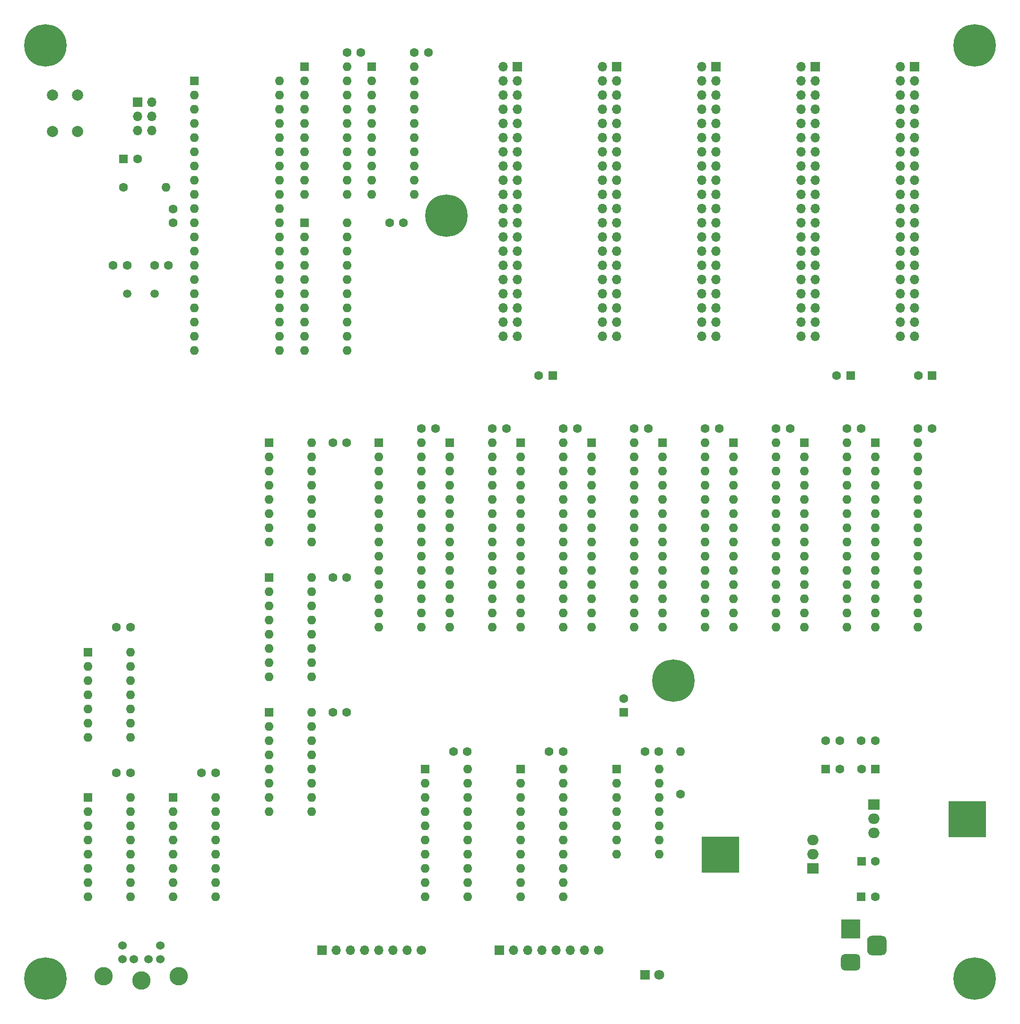
<source format=gbr>
%TF.GenerationSoftware,KiCad,Pcbnew,(5.1.10)-1*%
%TF.CreationDate,2021-10-04T17:48:38-06:00*%
%TF.ProjectId,retroboard,72657472-6f62-46f6-9172-642e6b696361,rev?*%
%TF.SameCoordinates,Original*%
%TF.FileFunction,Soldermask,Bot*%
%TF.FilePolarity,Negative*%
%FSLAX46Y46*%
G04 Gerber Fmt 4.6, Leading zero omitted, Abs format (unit mm)*
G04 Created by KiCad (PCBNEW (5.1.10)-1) date 2021-10-04 17:48:38*
%MOMM*%
%LPD*%
G01*
G04 APERTURE LIST*
%ADD10C,0.100000*%
%ADD11C,1.600000*%
%ADD12O,1.600000X1.600000*%
%ADD13C,1.800000*%
%ADD14R,1.800000X1.800000*%
%ADD15R,1.600000X1.600000*%
%ADD16C,7.600000*%
%ADD17C,1.700000*%
%ADD18O,1.700000X1.700000*%
%ADD19R,1.700000X1.700000*%
%ADD20C,3.300000*%
%ADD21C,1.524000*%
%ADD22C,2.000000*%
%ADD23C,1.500000*%
%ADD24R,3.500000X3.500000*%
%ADD25O,3.500000X3.500000*%
%ADD26R,2.000000X1.905000*%
%ADD27O,2.000000X1.905000*%
G04 APERTURE END LIST*
D10*
G36*
X528955000Y-328295000D02*
G01*
X522351000Y-328295000D01*
X522351000Y-321945000D01*
X528955000Y-321945000D01*
X528955000Y-328295000D01*
G37*
X528955000Y-328295000D02*
X522351000Y-328295000D01*
X522351000Y-321945000D01*
X528955000Y-321945000D01*
X528955000Y-328295000D01*
G36*
X484759000Y-334645000D02*
G01*
X478155000Y-334645000D01*
X478155000Y-328295000D01*
X484759000Y-328295000D01*
X484759000Y-334645000D01*
G37*
X484759000Y-334645000D02*
X478155000Y-334645000D01*
X478155000Y-328295000D01*
X484759000Y-328295000D01*
X484759000Y-334645000D01*
D11*
%TO.C,4.7k\u03A9*%
X474345000Y-320675000D03*
D12*
X474345000Y-313055000D03*
%TD*%
D13*
%TO.C,Power*%
X470535000Y-353060000D03*
D14*
X467995000Y-353060000D03*
%TD*%
D15*
%TO.C,1uf*%
X519430000Y-245745000D03*
D11*
X516930000Y-245745000D03*
%TD*%
%TO.C,0.1uf*%
X429220000Y-187960000D03*
X426720000Y-187960000D03*
%TD*%
%TO.C,0.1uf*%
X414655000Y-187960000D03*
X417155000Y-187960000D03*
%TD*%
%TO.C,0.1uf*%
X422275000Y-218440000D03*
X424775000Y-218440000D03*
%TD*%
D15*
%TO.C,74573*%
X428625000Y-316230000D03*
D12*
X436245000Y-339090000D03*
X428625000Y-318770000D03*
X436245000Y-336550000D03*
X428625000Y-321310000D03*
X436245000Y-334010000D03*
X428625000Y-323850000D03*
X436245000Y-331470000D03*
X428625000Y-326390000D03*
X436245000Y-328930000D03*
X428625000Y-328930000D03*
X436245000Y-326390000D03*
X428625000Y-331470000D03*
X436245000Y-323850000D03*
X428625000Y-334010000D03*
X436245000Y-321310000D03*
X428625000Y-336550000D03*
X436245000Y-318770000D03*
X428625000Y-339090000D03*
X436245000Y-316230000D03*
%TD*%
D15*
%TO.C,74573*%
X445770000Y-316230000D03*
D12*
X453390000Y-339090000D03*
X445770000Y-318770000D03*
X453390000Y-336550000D03*
X445770000Y-321310000D03*
X453390000Y-334010000D03*
X445770000Y-323850000D03*
X453390000Y-331470000D03*
X445770000Y-326390000D03*
X453390000Y-328930000D03*
X445770000Y-328930000D03*
X453390000Y-326390000D03*
X445770000Y-331470000D03*
X453390000Y-323850000D03*
X445770000Y-334010000D03*
X453390000Y-321310000D03*
X445770000Y-336550000D03*
X453390000Y-318770000D03*
X445770000Y-339090000D03*
X453390000Y-316230000D03*
%TD*%
%TO.C,7404*%
X470535000Y-316230000D03*
X462915000Y-331470000D03*
X470535000Y-318770000D03*
X462915000Y-328930000D03*
X470535000Y-321310000D03*
X462915000Y-326390000D03*
X470535000Y-323850000D03*
X462915000Y-323850000D03*
X470535000Y-326390000D03*
X462915000Y-321310000D03*
X470535000Y-328930000D03*
X462915000Y-318770000D03*
X470535000Y-331470000D03*
D15*
X462915000Y-316230000D03*
%TD*%
D11*
%TO.C,20pf*%
X382687200Y-226060000D03*
X380187200Y-226060000D03*
%TD*%
D16*
%TO.C, *%
X432435000Y-217170000D03*
%TD*%
%TO.C, *%
X473075000Y-300355000D03*
%TD*%
D11*
%TO.C,1uf*%
X502325000Y-245745000D03*
D15*
X504825000Y-245745000D03*
%TD*%
D11*
%TO.C,0.1uf*%
X383540000Y-218440000D03*
X383540000Y-215940000D03*
%TD*%
%TO.C,0.1uf*%
X470495000Y-313055000D03*
X467995000Y-313055000D03*
%TD*%
D17*
%TO.C, *%
X459740000Y-348615000D03*
D18*
X457200000Y-348615000D03*
X454660000Y-348615000D03*
X452120000Y-348615000D03*
X449580000Y-348615000D03*
X447040000Y-348615000D03*
X444500000Y-348615000D03*
D19*
X441960000Y-348615000D03*
%TD*%
%TO.C, *%
X410210000Y-348615000D03*
D18*
X412750000Y-348615000D03*
X415290000Y-348615000D03*
X417830000Y-348615000D03*
X420370000Y-348615000D03*
X422910000Y-348615000D03*
X425450000Y-348615000D03*
D17*
X427990000Y-348615000D03*
%TD*%
D11*
%TO.C,1uf*%
X464185000Y-303570000D03*
D15*
X464185000Y-306070000D03*
%TD*%
%TO.C,1uf*%
X451485000Y-245745000D03*
D11*
X448985000Y-245745000D03*
%TD*%
%TO.C,0.1uf*%
X412115000Y-306070000D03*
X414615000Y-306070000D03*
%TD*%
%TO.C,0.1uf*%
X414615000Y-257810000D03*
X412115000Y-257810000D03*
%TD*%
%TO.C,0.1uf*%
X414615000Y-281940000D03*
X412115000Y-281940000D03*
%TD*%
%TO.C,0.1uf*%
X391120000Y-316865000D03*
X388620000Y-316865000D03*
%TD*%
%TO.C,0.1uf*%
X450850000Y-313055000D03*
X453350000Y-313055000D03*
%TD*%
%TO.C,0.1uf*%
X433705000Y-313055000D03*
X436205000Y-313055000D03*
%TD*%
%TO.C,0.1uf*%
X373380000Y-316865000D03*
X375880000Y-316865000D03*
%TD*%
D12*
%TO.C,74595*%
X375920000Y-321310000D03*
X368300000Y-339090000D03*
X375920000Y-323850000D03*
X368300000Y-336550000D03*
X375920000Y-326390000D03*
X368300000Y-334010000D03*
X375920000Y-328930000D03*
X368300000Y-331470000D03*
X375920000Y-331470000D03*
X368300000Y-328930000D03*
X375920000Y-334010000D03*
X368300000Y-326390000D03*
X375920000Y-336550000D03*
X368300000Y-323850000D03*
X375920000Y-339090000D03*
D15*
X368300000Y-321310000D03*
%TD*%
D11*
%TO.C,0.1uf*%
X375880000Y-290830000D03*
X373380000Y-290830000D03*
%TD*%
D15*
%TO.C,74138*%
X400685000Y-306070000D03*
D12*
X408305000Y-323850000D03*
X400685000Y-308610000D03*
X408305000Y-321310000D03*
X400685000Y-311150000D03*
X408305000Y-318770000D03*
X400685000Y-313690000D03*
X408305000Y-316230000D03*
X400685000Y-316230000D03*
X408305000Y-313690000D03*
X400685000Y-318770000D03*
X408305000Y-311150000D03*
X400685000Y-321310000D03*
X408305000Y-308610000D03*
X400685000Y-323850000D03*
X408305000Y-306070000D03*
%TD*%
D20*
%TO.C,PS/2*%
X384575000Y-353275000D03*
X371075000Y-353275000D03*
D21*
X374425000Y-350275000D03*
X374425000Y-347775000D03*
X381225000Y-350275000D03*
X381225000Y-347775000D03*
X376525000Y-350275000D03*
X379125000Y-350275000D03*
D20*
X377825000Y-354075000D03*
%TD*%
D12*
%TO.C,74595*%
X391160000Y-321310000D03*
X383540000Y-339090000D03*
X391160000Y-323850000D03*
X383540000Y-336550000D03*
X391160000Y-326390000D03*
X383540000Y-334010000D03*
X391160000Y-328930000D03*
X383540000Y-331470000D03*
X391160000Y-331470000D03*
X383540000Y-328930000D03*
X391160000Y-334010000D03*
X383540000Y-326390000D03*
X391160000Y-336550000D03*
X383540000Y-323850000D03*
X391160000Y-339090000D03*
D15*
X383540000Y-321310000D03*
%TD*%
D12*
%TO.C,7404*%
X375920000Y-295275000D03*
X368300000Y-310515000D03*
X375920000Y-297815000D03*
X368300000Y-307975000D03*
X375920000Y-300355000D03*
X368300000Y-305435000D03*
X375920000Y-302895000D03*
X368300000Y-302895000D03*
X375920000Y-305435000D03*
X368300000Y-300355000D03*
X375920000Y-307975000D03*
X368300000Y-297815000D03*
X375920000Y-310515000D03*
D15*
X368300000Y-295275000D03*
%TD*%
D12*
%TO.C,74138*%
X408305000Y-281940000D03*
X400685000Y-299720000D03*
X408305000Y-284480000D03*
X400685000Y-297180000D03*
X408305000Y-287020000D03*
X400685000Y-294640000D03*
X408305000Y-289560000D03*
X400685000Y-292100000D03*
X408305000Y-292100000D03*
X400685000Y-289560000D03*
X408305000Y-294640000D03*
X400685000Y-287020000D03*
X408305000Y-297180000D03*
X400685000Y-284480000D03*
X408305000Y-299720000D03*
D15*
X400685000Y-281940000D03*
%TD*%
%TO.C,4.7uf*%
X374650000Y-207010000D03*
D11*
X377150000Y-207010000D03*
%TD*%
D12*
%TO.C,10k\u03A9*%
X382270000Y-212090000D03*
D11*
X374650000Y-212090000D03*
%TD*%
%TO.C,0.1uf*%
X430490000Y-255270000D03*
X427990000Y-255270000D03*
%TD*%
%TO.C,0.1uf*%
X443190000Y-255270000D03*
X440690000Y-255270000D03*
%TD*%
%TO.C,0.1uf*%
X455890000Y-255270000D03*
X453390000Y-255270000D03*
%TD*%
%TO.C,0.1uf*%
X468590000Y-255270000D03*
X466090000Y-255270000D03*
%TD*%
%TO.C,0.1uf*%
X481290000Y-255270000D03*
X478790000Y-255270000D03*
%TD*%
%TO.C,0.1uf*%
X493990000Y-255270000D03*
X491490000Y-255270000D03*
%TD*%
%TO.C,0.1uf*%
X506690000Y-255270000D03*
X504190000Y-255270000D03*
%TD*%
%TO.C,0.1uf*%
X509230000Y-311150000D03*
X506730000Y-311150000D03*
%TD*%
%TO.C,0.1uf*%
X500380000Y-311150000D03*
X502880000Y-311150000D03*
%TD*%
%TO.C,1uf*%
X506770000Y-316230000D03*
D15*
X509270000Y-316230000D03*
%TD*%
%TO.C,10uf*%
X506730000Y-339090000D03*
D11*
X509230000Y-339090000D03*
%TD*%
%TO.C,1uf*%
X502880000Y-316230000D03*
D15*
X500380000Y-316230000D03*
%TD*%
D11*
%TO.C,10uf*%
X509270000Y-332740000D03*
D15*
X506770000Y-332740000D03*
%TD*%
D18*
%TO.C,ISP*%
X379730000Y-201930000D03*
X377190000Y-201930000D03*
X379730000Y-199390000D03*
X377190000Y-199390000D03*
X379730000Y-196850000D03*
D19*
X377190000Y-196850000D03*
%TD*%
D15*
%TO.C,74138*%
X400685000Y-257810000D03*
D12*
X408305000Y-275590000D03*
X400685000Y-260350000D03*
X408305000Y-273050000D03*
X400685000Y-262890000D03*
X408305000Y-270510000D03*
X400685000Y-265430000D03*
X408305000Y-267970000D03*
X400685000Y-267970000D03*
X408305000Y-265430000D03*
X400685000Y-270510000D03*
X408305000Y-262890000D03*
X400685000Y-273050000D03*
X408305000Y-260350000D03*
X400685000Y-275590000D03*
X408305000Y-257810000D03*
%TD*%
D22*
%TO.C,Reset*%
X361895000Y-195580000D03*
X366395000Y-195580000D03*
X361895000Y-202080000D03*
X366395000Y-202080000D03*
%TD*%
D23*
%TO.C,Osc*%
X380185000Y-231140000D03*
X375285000Y-231140000D03*
%TD*%
D11*
%TO.C,20pf*%
X372785000Y-226060000D03*
X375285000Y-226060000D03*
%TD*%
%TO.C,0.1uf*%
X516890000Y-255270000D03*
X519390000Y-255270000D03*
%TD*%
%TO.C,12V DC*%
G36*
G01*
X510400000Y-349555000D02*
X508650000Y-349555000D01*
G75*
G02*
X507775000Y-348680000I0J875000D01*
G01*
X507775000Y-346930000D01*
G75*
G02*
X508650000Y-346055000I875000J0D01*
G01*
X510400000Y-346055000D01*
G75*
G02*
X511275000Y-346930000I0J-875000D01*
G01*
X511275000Y-348680000D01*
G75*
G02*
X510400000Y-349555000I-875000J0D01*
G01*
G37*
G36*
G01*
X505825000Y-352305000D02*
X503825000Y-352305000D01*
G75*
G02*
X503075000Y-351555000I0J750000D01*
G01*
X503075000Y-350055000D01*
G75*
G02*
X503825000Y-349305000I750000J0D01*
G01*
X505825000Y-349305000D01*
G75*
G02*
X506575000Y-350055000I0J-750000D01*
G01*
X506575000Y-351555000D01*
G75*
G02*
X505825000Y-352305000I-750000J0D01*
G01*
G37*
D24*
X504825000Y-344805000D03*
%TD*%
D25*
%TO.C,7805*%
X481434000Y-331470000D03*
D26*
X498094000Y-334010000D03*
D27*
X498094000Y-331470000D03*
X498094000Y-328930000D03*
%TD*%
%TO.C,7805*%
X509016000Y-327660000D03*
X509016000Y-325120000D03*
D26*
X509016000Y-322580000D03*
D25*
X525676000Y-325120000D03*
%TD*%
D15*
%TO.C,RAM2*%
X445770000Y-257810000D03*
D12*
X453390000Y-290830000D03*
X445770000Y-260350000D03*
X453390000Y-288290000D03*
X445770000Y-262890000D03*
X453390000Y-285750000D03*
X445770000Y-265430000D03*
X453390000Y-283210000D03*
X445770000Y-267970000D03*
X453390000Y-280670000D03*
X445770000Y-270510000D03*
X453390000Y-278130000D03*
X445770000Y-273050000D03*
X453390000Y-275590000D03*
X445770000Y-275590000D03*
X453390000Y-273050000D03*
X445770000Y-278130000D03*
X453390000Y-270510000D03*
X445770000Y-280670000D03*
X453390000Y-267970000D03*
X445770000Y-283210000D03*
X453390000Y-265430000D03*
X445770000Y-285750000D03*
X453390000Y-262890000D03*
X445770000Y-288290000D03*
X453390000Y-260350000D03*
X445770000Y-290830000D03*
X453390000Y-257810000D03*
%TD*%
D15*
%TO.C,RAM1*%
X433070000Y-257810000D03*
D12*
X440690000Y-290830000D03*
X433070000Y-260350000D03*
X440690000Y-288290000D03*
X433070000Y-262890000D03*
X440690000Y-285750000D03*
X433070000Y-265430000D03*
X440690000Y-283210000D03*
X433070000Y-267970000D03*
X440690000Y-280670000D03*
X433070000Y-270510000D03*
X440690000Y-278130000D03*
X433070000Y-273050000D03*
X440690000Y-275590000D03*
X433070000Y-275590000D03*
X440690000Y-273050000D03*
X433070000Y-278130000D03*
X440690000Y-270510000D03*
X433070000Y-280670000D03*
X440690000Y-267970000D03*
X433070000Y-283210000D03*
X440690000Y-265430000D03*
X433070000Y-285750000D03*
X440690000Y-262890000D03*
X433070000Y-288290000D03*
X440690000Y-260350000D03*
X433070000Y-290830000D03*
X440690000Y-257810000D03*
%TD*%
%TO.C,RAM0*%
X427990000Y-257810000D03*
X420370000Y-290830000D03*
X427990000Y-260350000D03*
X420370000Y-288290000D03*
X427990000Y-262890000D03*
X420370000Y-285750000D03*
X427990000Y-265430000D03*
X420370000Y-283210000D03*
X427990000Y-267970000D03*
X420370000Y-280670000D03*
X427990000Y-270510000D03*
X420370000Y-278130000D03*
X427990000Y-273050000D03*
X420370000Y-275590000D03*
X427990000Y-275590000D03*
X420370000Y-273050000D03*
X427990000Y-278130000D03*
X420370000Y-270510000D03*
X427990000Y-280670000D03*
X420370000Y-267970000D03*
X427990000Y-283210000D03*
X420370000Y-265430000D03*
X427990000Y-285750000D03*
X420370000Y-262890000D03*
X427990000Y-288290000D03*
X420370000Y-260350000D03*
X427990000Y-290830000D03*
D15*
X420370000Y-257810000D03*
%TD*%
%TO.C,RAM7*%
X509270000Y-257810000D03*
D12*
X516890000Y-290830000D03*
X509270000Y-260350000D03*
X516890000Y-288290000D03*
X509270000Y-262890000D03*
X516890000Y-285750000D03*
X509270000Y-265430000D03*
X516890000Y-283210000D03*
X509270000Y-267970000D03*
X516890000Y-280670000D03*
X509270000Y-270510000D03*
X516890000Y-278130000D03*
X509270000Y-273050000D03*
X516890000Y-275590000D03*
X509270000Y-275590000D03*
X516890000Y-273050000D03*
X509270000Y-278130000D03*
X516890000Y-270510000D03*
X509270000Y-280670000D03*
X516890000Y-267970000D03*
X509270000Y-283210000D03*
X516890000Y-265430000D03*
X509270000Y-285750000D03*
X516890000Y-262890000D03*
X509270000Y-288290000D03*
X516890000Y-260350000D03*
X509270000Y-290830000D03*
X516890000Y-257810000D03*
%TD*%
D15*
%TO.C,RAM6*%
X496570000Y-257810000D03*
D12*
X504190000Y-290830000D03*
X496570000Y-260350000D03*
X504190000Y-288290000D03*
X496570000Y-262890000D03*
X504190000Y-285750000D03*
X496570000Y-265430000D03*
X504190000Y-283210000D03*
X496570000Y-267970000D03*
X504190000Y-280670000D03*
X496570000Y-270510000D03*
X504190000Y-278130000D03*
X496570000Y-273050000D03*
X504190000Y-275590000D03*
X496570000Y-275590000D03*
X504190000Y-273050000D03*
X496570000Y-278130000D03*
X504190000Y-270510000D03*
X496570000Y-280670000D03*
X504190000Y-267970000D03*
X496570000Y-283210000D03*
X504190000Y-265430000D03*
X496570000Y-285750000D03*
X504190000Y-262890000D03*
X496570000Y-288290000D03*
X504190000Y-260350000D03*
X496570000Y-290830000D03*
X504190000Y-257810000D03*
%TD*%
D15*
%TO.C,RAM5*%
X483870000Y-257810000D03*
D12*
X491490000Y-290830000D03*
X483870000Y-260350000D03*
X491490000Y-288290000D03*
X483870000Y-262890000D03*
X491490000Y-285750000D03*
X483870000Y-265430000D03*
X491490000Y-283210000D03*
X483870000Y-267970000D03*
X491490000Y-280670000D03*
X483870000Y-270510000D03*
X491490000Y-278130000D03*
X483870000Y-273050000D03*
X491490000Y-275590000D03*
X483870000Y-275590000D03*
X491490000Y-273050000D03*
X483870000Y-278130000D03*
X491490000Y-270510000D03*
X483870000Y-280670000D03*
X491490000Y-267970000D03*
X483870000Y-283210000D03*
X491490000Y-265430000D03*
X483870000Y-285750000D03*
X491490000Y-262890000D03*
X483870000Y-288290000D03*
X491490000Y-260350000D03*
X483870000Y-290830000D03*
X491490000Y-257810000D03*
%TD*%
D15*
%TO.C,RAM4*%
X471170000Y-257810000D03*
D12*
X478790000Y-290830000D03*
X471170000Y-260350000D03*
X478790000Y-288290000D03*
X471170000Y-262890000D03*
X478790000Y-285750000D03*
X471170000Y-265430000D03*
X478790000Y-283210000D03*
X471170000Y-267970000D03*
X478790000Y-280670000D03*
X471170000Y-270510000D03*
X478790000Y-278130000D03*
X471170000Y-273050000D03*
X478790000Y-275590000D03*
X471170000Y-275590000D03*
X478790000Y-273050000D03*
X471170000Y-278130000D03*
X478790000Y-270510000D03*
X471170000Y-280670000D03*
X478790000Y-267970000D03*
X471170000Y-283210000D03*
X478790000Y-265430000D03*
X471170000Y-285750000D03*
X478790000Y-262890000D03*
X471170000Y-288290000D03*
X478790000Y-260350000D03*
X471170000Y-290830000D03*
X478790000Y-257810000D03*
%TD*%
D15*
%TO.C,RAM3*%
X458470000Y-257810000D03*
D12*
X466090000Y-290830000D03*
X458470000Y-260350000D03*
X466090000Y-288290000D03*
X458470000Y-262890000D03*
X466090000Y-285750000D03*
X458470000Y-265430000D03*
X466090000Y-283210000D03*
X458470000Y-267970000D03*
X466090000Y-280670000D03*
X458470000Y-270510000D03*
X466090000Y-278130000D03*
X458470000Y-273050000D03*
X466090000Y-275590000D03*
X458470000Y-275590000D03*
X466090000Y-273050000D03*
X458470000Y-278130000D03*
X466090000Y-270510000D03*
X458470000Y-280670000D03*
X466090000Y-267970000D03*
X458470000Y-283210000D03*
X466090000Y-265430000D03*
X458470000Y-285750000D03*
X466090000Y-262890000D03*
X458470000Y-288290000D03*
X466090000Y-260350000D03*
X458470000Y-290830000D03*
X466090000Y-257810000D03*
%TD*%
%TO.C,74573*%
X414655000Y-190500000D03*
X407035000Y-213360000D03*
X414655000Y-193040000D03*
X407035000Y-210820000D03*
X414655000Y-195580000D03*
X407035000Y-208280000D03*
X414655000Y-198120000D03*
X407035000Y-205740000D03*
X414655000Y-200660000D03*
X407035000Y-203200000D03*
X414655000Y-203200000D03*
X407035000Y-200660000D03*
X414655000Y-205740000D03*
X407035000Y-198120000D03*
X414655000Y-208280000D03*
X407035000Y-195580000D03*
X414655000Y-210820000D03*
X407035000Y-193040000D03*
X414655000Y-213360000D03*
D15*
X407035000Y-190500000D03*
%TD*%
D18*
%TO.C,Slot 1*%
X442595000Y-238760000D03*
X445135000Y-238760000D03*
X442595000Y-236220000D03*
X445135000Y-236220000D03*
X442595000Y-233680000D03*
X445135000Y-233680000D03*
X442595000Y-231140000D03*
X445135000Y-231140000D03*
X442595000Y-228600000D03*
X445135000Y-228600000D03*
X442595000Y-226060000D03*
X445135000Y-226060000D03*
X442595000Y-223520000D03*
X445135000Y-223520000D03*
X442595000Y-220980000D03*
X445135000Y-220980000D03*
X442595000Y-218440000D03*
X445135000Y-218440000D03*
X442595000Y-215900000D03*
X445135000Y-215900000D03*
X442595000Y-213360000D03*
X445135000Y-213360000D03*
X442595000Y-210820000D03*
X445135000Y-210820000D03*
X442595000Y-208280000D03*
X445135000Y-208280000D03*
X442595000Y-205740000D03*
X445135000Y-205740000D03*
X442595000Y-203200000D03*
X445135000Y-203200000D03*
X442595000Y-200660000D03*
X445135000Y-200660000D03*
X442595000Y-198120000D03*
X445135000Y-198120000D03*
X442595000Y-195580000D03*
X445135000Y-195580000D03*
X442595000Y-193040000D03*
X445135000Y-193040000D03*
X442595000Y-190500000D03*
D19*
X445135000Y-190500000D03*
%TD*%
D18*
%TO.C,Slot 2*%
X460375000Y-238760000D03*
X462915000Y-238760000D03*
X460375000Y-236220000D03*
X462915000Y-236220000D03*
X460375000Y-233680000D03*
X462915000Y-233680000D03*
X460375000Y-231140000D03*
X462915000Y-231140000D03*
X460375000Y-228600000D03*
X462915000Y-228600000D03*
X460375000Y-226060000D03*
X462915000Y-226060000D03*
X460375000Y-223520000D03*
X462915000Y-223520000D03*
X460375000Y-220980000D03*
X462915000Y-220980000D03*
X460375000Y-218440000D03*
X462915000Y-218440000D03*
X460375000Y-215900000D03*
X462915000Y-215900000D03*
X460375000Y-213360000D03*
X462915000Y-213360000D03*
X460375000Y-210820000D03*
X462915000Y-210820000D03*
X460375000Y-208280000D03*
X462915000Y-208280000D03*
X460375000Y-205740000D03*
X462915000Y-205740000D03*
X460375000Y-203200000D03*
X462915000Y-203200000D03*
X460375000Y-200660000D03*
X462915000Y-200660000D03*
X460375000Y-198120000D03*
X462915000Y-198120000D03*
X460375000Y-195580000D03*
X462915000Y-195580000D03*
X460375000Y-193040000D03*
X462915000Y-193040000D03*
X460375000Y-190500000D03*
D19*
X462915000Y-190500000D03*
%TD*%
D18*
%TO.C,Slot 3*%
X478155000Y-238760000D03*
X480695000Y-238760000D03*
X478155000Y-236220000D03*
X480695000Y-236220000D03*
X478155000Y-233680000D03*
X480695000Y-233680000D03*
X478155000Y-231140000D03*
X480695000Y-231140000D03*
X478155000Y-228600000D03*
X480695000Y-228600000D03*
X478155000Y-226060000D03*
X480695000Y-226060000D03*
X478155000Y-223520000D03*
X480695000Y-223520000D03*
X478155000Y-220980000D03*
X480695000Y-220980000D03*
X478155000Y-218440000D03*
X480695000Y-218440000D03*
X478155000Y-215900000D03*
X480695000Y-215900000D03*
X478155000Y-213360000D03*
X480695000Y-213360000D03*
X478155000Y-210820000D03*
X480695000Y-210820000D03*
X478155000Y-208280000D03*
X480695000Y-208280000D03*
X478155000Y-205740000D03*
X480695000Y-205740000D03*
X478155000Y-203200000D03*
X480695000Y-203200000D03*
X478155000Y-200660000D03*
X480695000Y-200660000D03*
X478155000Y-198120000D03*
X480695000Y-198120000D03*
X478155000Y-195580000D03*
X480695000Y-195580000D03*
X478155000Y-193040000D03*
X480695000Y-193040000D03*
X478155000Y-190500000D03*
D19*
X480695000Y-190500000D03*
%TD*%
D18*
%TO.C,Slot 4*%
X495935000Y-238760000D03*
X498475000Y-238760000D03*
X495935000Y-236220000D03*
X498475000Y-236220000D03*
X495935000Y-233680000D03*
X498475000Y-233680000D03*
X495935000Y-231140000D03*
X498475000Y-231140000D03*
X495935000Y-228600000D03*
X498475000Y-228600000D03*
X495935000Y-226060000D03*
X498475000Y-226060000D03*
X495935000Y-223520000D03*
X498475000Y-223520000D03*
X495935000Y-220980000D03*
X498475000Y-220980000D03*
X495935000Y-218440000D03*
X498475000Y-218440000D03*
X495935000Y-215900000D03*
X498475000Y-215900000D03*
X495935000Y-213360000D03*
X498475000Y-213360000D03*
X495935000Y-210820000D03*
X498475000Y-210820000D03*
X495935000Y-208280000D03*
X498475000Y-208280000D03*
X495935000Y-205740000D03*
X498475000Y-205740000D03*
X495935000Y-203200000D03*
X498475000Y-203200000D03*
X495935000Y-200660000D03*
X498475000Y-200660000D03*
X495935000Y-198120000D03*
X498475000Y-198120000D03*
X495935000Y-195580000D03*
X498475000Y-195580000D03*
X495935000Y-193040000D03*
X498475000Y-193040000D03*
X495935000Y-190500000D03*
D19*
X498475000Y-190500000D03*
%TD*%
%TO.C,Slot 5*%
X516255000Y-190500000D03*
D18*
X513715000Y-190500000D03*
X516255000Y-193040000D03*
X513715000Y-193040000D03*
X516255000Y-195580000D03*
X513715000Y-195580000D03*
X516255000Y-198120000D03*
X513715000Y-198120000D03*
X516255000Y-200660000D03*
X513715000Y-200660000D03*
X516255000Y-203200000D03*
X513715000Y-203200000D03*
X516255000Y-205740000D03*
X513715000Y-205740000D03*
X516255000Y-208280000D03*
X513715000Y-208280000D03*
X516255000Y-210820000D03*
X513715000Y-210820000D03*
X516255000Y-213360000D03*
X513715000Y-213360000D03*
X516255000Y-215900000D03*
X513715000Y-215900000D03*
X516255000Y-218440000D03*
X513715000Y-218440000D03*
X516255000Y-220980000D03*
X513715000Y-220980000D03*
X516255000Y-223520000D03*
X513715000Y-223520000D03*
X516255000Y-226060000D03*
X513715000Y-226060000D03*
X516255000Y-228600000D03*
X513715000Y-228600000D03*
X516255000Y-231140000D03*
X513715000Y-231140000D03*
X516255000Y-233680000D03*
X513715000Y-233680000D03*
X516255000Y-236220000D03*
X513715000Y-236220000D03*
X516255000Y-238760000D03*
X513715000Y-238760000D03*
%TD*%
D15*
%TO.C,74573*%
X407035000Y-218440000D03*
D12*
X414655000Y-241300000D03*
X407035000Y-220980000D03*
X414655000Y-238760000D03*
X407035000Y-223520000D03*
X414655000Y-236220000D03*
X407035000Y-226060000D03*
X414655000Y-233680000D03*
X407035000Y-228600000D03*
X414655000Y-231140000D03*
X407035000Y-231140000D03*
X414655000Y-228600000D03*
X407035000Y-233680000D03*
X414655000Y-226060000D03*
X407035000Y-236220000D03*
X414655000Y-223520000D03*
X407035000Y-238760000D03*
X414655000Y-220980000D03*
X407035000Y-241300000D03*
X414655000Y-218440000D03*
%TD*%
D15*
%TO.C,74245*%
X419100000Y-190500000D03*
D12*
X426720000Y-213360000D03*
X419100000Y-193040000D03*
X426720000Y-210820000D03*
X419100000Y-195580000D03*
X426720000Y-208280000D03*
X419100000Y-198120000D03*
X426720000Y-205740000D03*
X419100000Y-200660000D03*
X426720000Y-203200000D03*
X419100000Y-203200000D03*
X426720000Y-200660000D03*
X419100000Y-205740000D03*
X426720000Y-198120000D03*
X419100000Y-208280000D03*
X426720000Y-195580000D03*
X419100000Y-210820000D03*
X426720000Y-193040000D03*
X419100000Y-213360000D03*
X426720000Y-190500000D03*
%TD*%
D15*
%TO.C,ATmega644*%
X387350000Y-193040000D03*
D12*
X402590000Y-241300000D03*
X387350000Y-195580000D03*
X402590000Y-238760000D03*
X387350000Y-198120000D03*
X402590000Y-236220000D03*
X387350000Y-200660000D03*
X402590000Y-233680000D03*
X387350000Y-203200000D03*
X402590000Y-231140000D03*
X387350000Y-205740000D03*
X402590000Y-228600000D03*
X387350000Y-208280000D03*
X402590000Y-226060000D03*
X387350000Y-210820000D03*
X402590000Y-223520000D03*
X387350000Y-213360000D03*
X402590000Y-220980000D03*
X387350000Y-215900000D03*
X402590000Y-218440000D03*
X387350000Y-218440000D03*
X402590000Y-215900000D03*
X387350000Y-220980000D03*
X402590000Y-213360000D03*
X387350000Y-223520000D03*
X402590000Y-210820000D03*
X387350000Y-226060000D03*
X402590000Y-208280000D03*
X387350000Y-228600000D03*
X402590000Y-205740000D03*
X387350000Y-231140000D03*
X402590000Y-203200000D03*
X387350000Y-233680000D03*
X402590000Y-200660000D03*
X387350000Y-236220000D03*
X402590000Y-198120000D03*
X387350000Y-238760000D03*
X402590000Y-195580000D03*
X387350000Y-241300000D03*
X402590000Y-193040000D03*
%TD*%
D16*
%TO.C, *%
X527050000Y-186690000D03*
%TD*%
%TO.C, *%
X360680000Y-186690000D03*
%TD*%
%TO.C, *%
X360680000Y-353695000D03*
%TD*%
%TO.C, *%
X527050000Y-353695000D03*
%TD*%
M02*

</source>
